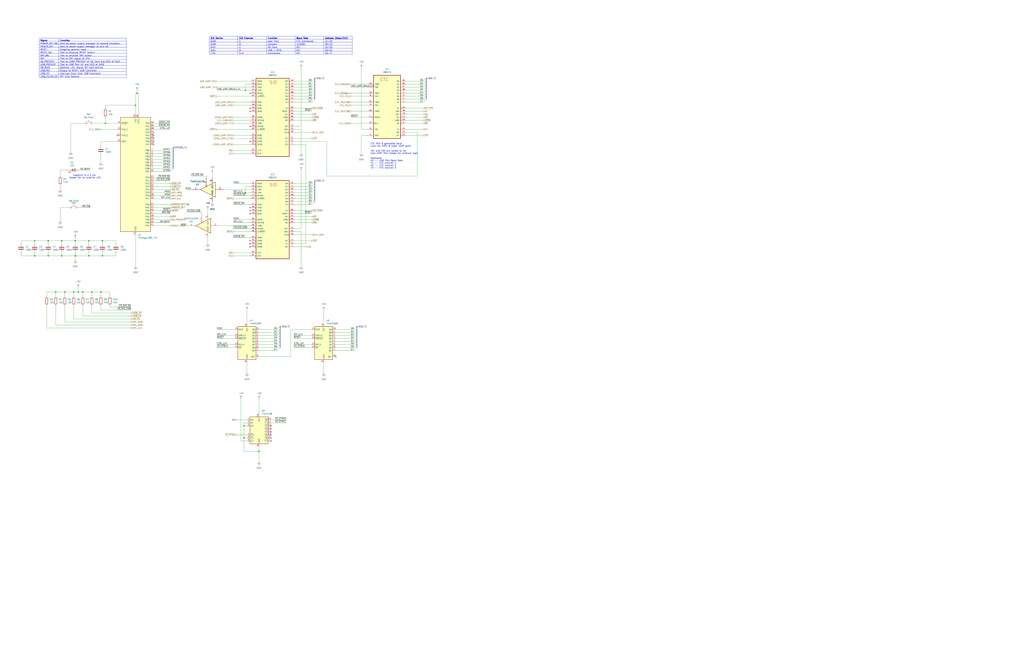
<source format=kicad_sch>
(kicad_sch (version 20250114) (generator "eeschema") (generator_version "9.0")
  (paper "D")
  (text "CTC Port 0 generates baud \nclock for SIO1/B (User UART port)\n\nTO1 and TO2 are routed to the \nUser UART Port header for external logic\n\nAddresses\n40 -- USR Port Baud Rate\n41 -- CTC channel 1\n42 -- CTC channel 2\n43 -- CTC channel 3\n" (at 312.42 131.572 0) (effects (font (size 1.27 1.27)) (justify left)))
  (text "Footprint is a 2 pin \nheader for an external LED" (at 71.628 149.098 0) (effects (font (size 1.27 1.27))))
  (junction (at 46.99 246.38))
  (junction (at 86.36 215.9))
  (junction (at 86.36 203.2))
  (junction (at 205.74 359.41))
  (junction (at 88.9 104.14))
  (junction (at 63.5 203.2))
  (junction (at 85.09 246.38))
  (junction (at 52.07 215.9))
  (junction (at 40.64 215.9))
  (junction (at 52.07 203.2))
  (junction (at 205.74 369.57))
  (junction (at 115.57 78.74))
  (junction (at 54.61 246.38))
  (junction (at 63.5 215.9))
  (junction (at 207.01 76.2))
  (junction (at 114.3 88.9))
  (junction (at 74.93 215.9))
  (junction (at 77.47 246.38))
  (junction (at 40.64 203.2))
  (junction (at 74.93 203.2))
  (junction (at 218.44 381))
  (junction (at 69.85 246.38))
  (junction (at 29.21 203.2))
  (junction (at 29.21 215.9))
  (junction (at 66.04 246.38))
  (junction (at 62.23 246.38))
  (junction (at 207.01 162.56))
  (no_connect (at 129.54 116.84))
  (no_connect (at 129.54 114.3))
  (no_connect (at 129.54 111.76))
  (no_connect (at 228.6 361.95))
  (no_connect (at 210.82 93.98))
  (no_connect (at 210.82 203.2))
  (no_connect (at 210.82 91.44))
  (no_connect (at 210.82 180.34))
  (no_connect (at 228.6 359.41))
  (no_connect (at 210.82 106.68))
  (no_connect (at 210.82 119.38))
  (no_connect (at 228.6 367.03))
  (no_connect (at 228.6 364.49))
  (no_connect (at 228.6 369.57))
  (no_connect (at 210.82 175.26))
  (no_connect (at 283.21 300.99))
  (no_connect (at 210.82 177.8))
  (no_connect (at 210.82 208.28))
  (no_connect (at 129.54 119.38))
  (no_connect (at 129.54 121.92))
  (no_connect (at 210.82 205.74))
  (no_connect (at 99.06 114.3))
  (no_connect (at 210.82 78.74))
  (no_connect (at 228.6 372.11))
  (bus_entry (at 356.87 76.2) (size 2.54 -2.54))
  (bus_entry (at 143.51 137.16) (size 2.54 -2.54))
  (bus_entry (at 233.68 293.37) (size 2.54 -2.54))
  (bus_entry (at 356.87 78.74) (size 2.54 -2.54))
  (bus_entry (at 262.89 157.48) (size 2.54 -2.54))
  (bus_entry (at 143.51 129.54) (size 2.54 -2.54))
  (bus_entry (at 233.68 288.29) (size 2.54 -2.54))
  (bus_entry (at 233.68 278.13) (size 2.54 -2.54))
  (bus_entry (at 233.68 285.75) (size 2.54 -2.54))
  (bus_entry (at 356.87 68.58) (size 2.54 -2.54))
  (bus_entry (at 262.89 86.36) (size 2.54 -2.54))
  (bus_entry (at 298.45 290.83) (size 2.54 -2.54))
  (bus_entry (at 298.45 293.37) (size 2.54 -2.54))
  (bus_entry (at 298.45 278.13) (size 2.54 -2.54))
  (bus_entry (at 262.89 154.94) (size 2.54 -2.54))
  (bus_entry (at 356.87 71.12) (size 2.54 -2.54))
  (bus_entry (at 233.68 295.91) (size 2.54 -2.54))
  (bus_entry (at 143.51 139.7) (size 2.54 -2.54))
  (bus_entry (at 233.68 290.83) (size 2.54 -2.54))
  (bus_entry (at 356.87 86.36) (size 2.54 -2.54))
  (bus_entry (at 233.68 283.21) (size 2.54 -2.54))
  (bus_entry (at 298.45 283.21) (size 2.54 -2.54))
  (bus_entry (at 143.51 132.08) (size 2.54 -2.54))
  (bus_entry (at 356.87 73.66) (size 2.54 -2.54))
  (bus_entry (at 262.89 165.1) (size 2.54 -2.54))
  (bus_entry (at 262.89 76.2) (size 2.54 -2.54))
  (bus_entry (at 356.87 83.82) (size 2.54 -2.54))
  (bus_entry (at 262.89 71.12) (size 2.54 -2.54))
  (bus_entry (at 298.45 285.75) (size 2.54 -2.54))
  (bus_entry (at 262.89 78.74) (size 2.54 -2.54))
  (bus_entry (at 262.89 81.28) (size 2.54 -2.54))
  (bus_entry (at 262.89 172.72) (size 2.54 -2.54))
  (bus_entry (at 143.51 142.24) (size 2.54 -2.54))
  (bus_entry (at 262.89 170.18) (size 2.54 -2.54))
  (bus_entry (at 143.51 144.78) (size 2.54 -2.54))
  (bus_entry (at 298.45 280.67) (size 2.54 -2.54))
  (bus_entry (at 262.89 167.64) (size 2.54 -2.54))
  (bus_entry (at 143.51 134.62) (size 2.54 -2.54))
  (bus_entry (at 262.89 83.82) (size 2.54 -2.54))
  (bus_entry (at 356.87 81.28) (size 2.54 -2.54))
  (bus_entry (at 262.89 68.58) (size 2.54 -2.54))
  (bus_entry (at 262.89 160.02) (size 2.54 -2.54))
  (bus_entry (at 298.45 295.91) (size 2.54 -2.54))
  (bus_entry (at 143.51 127) (size 2.54 -2.54))
  (bus_entry (at 262.89 162.56) (size 2.54 -2.54))
  (bus_entry (at 233.68 280.67) (size 2.54 -2.54))
  (bus_entry (at 262.89 73.66) (size 2.54 -2.54))
  (bus_entry (at 298.45 288.29) (size 2.54 -2.54))
  (wire (pts (xy 129.54 180.34) (xy 143.51 180.34)))
  (bus (pts (xy 300.99 280.67) (xy 300.99 283.21)))
  (wire (pts (xy 115.57 76.2) (xy 115.57 78.74)))
  (bus (pts (xy 236.22 283.21) (xy 236.22 285.75)))
  (wire (pts (xy 88.9 104.14) (xy 99.06 104.14)))
  (wire (pts (xy 208.28 261.62) (xy 208.28 273.05)))
  (wire (pts (xy 86.36 213.36) (xy 86.36 215.9)))
  (wire (pts (xy 129.54 154.94) (xy 143.51 154.94)))
  (wire (pts (xy 295.91 86.36) (xy 309.88 86.36)))
  (wire (pts (xy 86.36 203.2) (xy 97.79 203.2)))
  (bus (pts (xy 236.22 278.13) (xy 236.22 280.67)))
  (wire (pts (xy 116.84 78.74) (xy 116.84 96.52)))
  (wire (pts (xy 254 143.51) (xy 254 193.04)))
  (wire (pts (xy 58.42 143.51) (xy 50.8 143.51)))
  (wire (pts (xy 248.92 154.94) (xy 262.89 154.94)))
  (wire (pts (xy 173.99 149.86) (xy 173.99 148.59)))
  (bus (pts (xy 265.43 154.94) (xy 265.43 157.48)))
  (wire (pts (xy 114.3 198.12) (xy 114.3 224.79)))
  (wire (pts (xy 283.21 293.37) (xy 298.45 293.37)))
  (wire (pts (xy 248.92 109.22) (xy 254 109.22)))
  (wire (pts (xy 248.92 99.06) (xy 262.89 99.06)))
  (wire (pts (xy 205.74 369.57) (xy 205.74 381)))
  (wire (pts (xy 196.85 101.6) (xy 210.82 101.6)))
  (wire (pts (xy 342.9 96.52) (xy 356.87 96.52)))
  (wire (pts (xy 342.9 99.06) (xy 356.87 99.06)))
  (wire (pts (xy 248.92 96.52) (xy 262.89 96.52)))
  (wire (pts (xy 152.4 190.5) (xy 157.48 190.5)))
  (wire (pts (xy 205.74 356.87) (xy 205.74 359.41)))
  (wire (pts (xy 208.28 356.87) (xy 205.74 356.87)))
  (wire (pts (xy 254 195.58) (xy 248.92 195.58)))
  (wire (pts (xy 254 109.22) (xy 254 129.54)))
  (wire (pts (xy 248.92 165.1) (xy 262.89 165.1)))
  (wire (pts (xy 182.88 290.83) (xy 198.12 290.83)))
  (wire (pts (xy 92.71 259.08) (xy 110.49 259.08)))
  (wire (pts (xy 342.9 104.14) (xy 356.87 104.14)))
  (wire (pts (xy 196.85 215.9) (xy 210.82 215.9)))
  (wire (pts (xy 218.44 283.21) (xy 233.68 283.21)))
  (bus (pts (xy 265.43 167.64) (xy 265.43 170.18)))
  (bus (pts (xy 265.43 73.66) (xy 265.43 76.2)))
  (wire (pts (xy 69.85 104.14) (xy 59.69 104.14)))
  (wire (pts (xy 196.85 213.36) (xy 210.82 213.36)))
  (bus (pts (xy 300.99 275.59) (xy 300.99 278.13)))
  (wire (pts (xy 196.85 116.84) (xy 210.82 116.84)))
  (wire (pts (xy 295.91 78.74) (xy 309.88 78.74)))
  (wire (pts (xy 74.93 215.9) (xy 86.36 215.9)))
  (wire (pts (xy 175.26 176.53) (xy 175.26 180.34)))
  (wire (pts (xy 208.28 372.11) (xy 203.2 372.11)))
  (bus (pts (xy 359.41 71.12) (xy 359.41 73.66)))
  (wire (pts (xy 196.85 172.72) (xy 210.82 172.72)))
  (wire (pts (xy 218.44 336.55) (xy 218.44 349.25)))
  (wire (pts (xy 247.65 293.37) (xy 262.89 293.37)))
  (wire (pts (xy 351.79 111.76) (xy 351.79 148.59)))
  (wire (pts (xy 248.92 71.12) (xy 262.89 71.12)))
  (wire (pts (xy 29.21 215.9) (xy 40.64 215.9)))
  (wire (pts (xy 189.23 160.02) (xy 210.82 160.02)))
  (wire (pts (xy 273.05 261.62) (xy 273.05 273.05)))
  (wire (pts (xy 248.92 76.2) (xy 262.89 76.2)))
  (bus (pts (xy 359.41 66.04) (xy 359.41 68.58)))
  (wire (pts (xy 342.9 81.28) (xy 356.87 81.28)))
  (wire (pts (xy 248.92 116.84) (xy 262.89 116.84)))
  (wire (pts (xy 207.01 162.56) (xy 210.82 162.56)))
  (wire (pts (xy 248.92 91.44) (xy 262.89 91.44)))
  (wire (pts (xy 63.5 200.66) (xy 63.5 203.2)))
  (wire (pts (xy 342.9 111.76) (xy 351.79 111.76)))
  (wire (pts (xy 218.44 293.37) (xy 233.68 293.37)))
  (wire (pts (xy 218.44 285.75) (xy 233.68 285.75)))
  (wire (pts (xy 182.88 278.13) (xy 198.12 278.13)))
  (bus (pts (xy 265.43 152.4) (xy 265.43 154.94)))
  (wire (pts (xy 218.44 300.99) (xy 245.11 300.99)))
  (wire (pts (xy 39.37 246.38) (xy 46.99 246.38)))
  (wire (pts (xy 85.09 109.22) (xy 99.06 109.22)))
  (wire (pts (xy 97.79 215.9) (xy 97.79 213.36)))
  (wire (pts (xy 248.92 172.72) (xy 262.89 172.72)))
  (wire (pts (xy 85.09 257.81) (xy 85.09 261.62)))
  (wire (pts (xy 129.54 152.4) (xy 143.51 152.4)))
  (wire (pts (xy 283.21 285.75) (xy 298.45 285.75)))
  (wire (pts (xy 62.23 246.38) (xy 62.23 250.19)))
  (bus (pts (xy 146.05 127) (xy 146.05 129.54)))
  (wire (pts (xy 208.28 306.07) (xy 208.28 314.96)))
  (wire (pts (xy 39.37 257.81) (xy 39.37 276.86)))
  (wire (pts (xy 342.9 114.3) (xy 356.87 114.3)))
  (wire (pts (xy 92.71 257.81) (xy 92.71 259.08)))
  (wire (pts (xy 54.61 257.81) (xy 54.61 271.78)))
  (wire (pts (xy 77.47 264.16) (xy 110.49 264.16)))
  (wire (pts (xy 74.93 203.2) (xy 74.93 205.74)))
  (bus (pts (xy 359.41 68.58) (xy 359.41 71.12)))
  (wire (pts (xy 66.04 242.57) (xy 66.04 246.38)))
  (bus (pts (xy 236.22 288.29) (xy 236.22 290.83)))
  (wire (pts (xy 196.85 86.36) (xy 210.82 86.36)))
  (wire (pts (xy 54.61 246.38) (xy 62.23 246.38)))
  (wire (pts (xy 182.88 283.21) (xy 198.12 283.21)))
  (bus (pts (xy 236.22 285.75) (xy 236.22 288.29)))
  (wire (pts (xy 199.39 354.33) (xy 208.28 354.33)))
  (bus (pts (xy 146.05 132.08) (xy 146.05 134.62)))
  (wire (pts (xy 40.64 203.2) (xy 40.64 205.74)))
  (wire (pts (xy 182.88 68.58) (xy 210.82 68.58)))
  (wire (pts (xy 245.11 300.99) (xy 245.11 278.13)))
  (wire (pts (xy 114.3 78.74) (xy 115.57 78.74)))
  (wire (pts (xy 342.9 93.98) (xy 356.87 93.98)))
  (wire (pts (xy 40.64 213.36) (xy 40.64 215.9)))
  (wire (pts (xy 69.85 257.81) (xy 69.85 266.7)))
  (wire (pts (xy 62.23 257.81) (xy 62.23 269.24)))
  (wire (pts (xy 196.85 162.56) (xy 207.01 162.56)))
  (wire (pts (xy 248.92 111.76) (xy 262.89 111.76)))
  (wire (pts (xy 248.92 160.02) (xy 262.89 160.02)))
  (bus (pts (xy 265.43 76.2) (xy 265.43 78.74)))
  (bus (pts (xy 146.05 139.7) (xy 146.05 142.24)))
  (wire (pts (xy 17.78 213.36) (xy 17.78 215.9)))
  (wire (pts (xy 196.85 187.96) (xy 210.82 187.96)))
  (bus (pts (xy 359.41 81.28) (xy 359.41 83.82)))
  (wire (pts (xy 248.92 162.56) (xy 262.89 162.56)))
  (wire (pts (xy 207.01 157.48) (xy 210.82 157.48)))
  (wire (pts (xy 115.57 78.74) (xy 116.84 78.74)))
  (wire (pts (xy 129.54 187.96) (xy 143.51 187.96)))
  (wire (pts (xy 304.8 57.15) (xy 304.8 109.22)))
  (wire (pts (xy 114.3 78.74) (xy 114.3 88.9)))
  (wire (pts (xy 295.91 71.12) (xy 309.88 71.12)))
  (wire (pts (xy 54.61 246.38) (xy 54.61 250.19)))
  (wire (pts (xy 85.09 119.38) (xy 99.06 119.38)))
  (wire (pts (xy 129.54 137.16) (xy 143.51 137.16)))
  (bus (pts (xy 300.99 283.21) (xy 300.99 285.75)))
  (wire (pts (xy 179.07 146.05) (xy 179.07 149.86)))
  (wire (pts (xy 86.36 215.9) (xy 97.79 215.9)))
  (wire (pts (xy 39.37 250.19) (xy 39.37 246.38)))
  (bus (pts (xy 236.22 280.67) (xy 236.22 283.21)))
  (bus (pts (xy 265.43 160.02) (xy 265.43 162.56)))
  (wire (pts (xy 182.88 285.75) (xy 198.12 285.75)))
  (wire (pts (xy 196.85 99.06) (xy 210.82 99.06)))
  (wire (pts (xy 182.88 293.37) (xy 198.12 293.37)))
  (wire (pts (xy 88.9 88.9) (xy 114.3 88.9)))
  (wire (pts (xy 218.44 278.13) (xy 233.68 278.13)))
  (wire (pts (xy 248.92 167.64) (xy 262.89 167.64)))
  (wire (pts (xy 245.11 278.13) (xy 262.89 278.13)))
  (wire (pts (xy 29.21 213.36) (xy 29.21 215.9)))
  (wire (pts (xy 342.9 91.44) (xy 356.87 91.44)))
  (wire (pts (xy 203.2 336.55) (xy 203.2 372.11)))
  (wire (pts (xy 92.71 246.38) (xy 92.71 250.19)))
  (wire (pts (xy 129.54 167.64) (xy 143.51 167.64)))
  (wire (pts (xy 69.85 266.7) (xy 110.49 266.7)))
  (wire (pts (xy 17.78 215.9) (xy 29.21 215.9)))
  (wire (pts (xy 248.92 208.28) (xy 257.81 208.28)))
  (wire (pts (xy 342.9 86.36) (xy 356.87 86.36)))
  (wire (pts (xy 196.85 104.14) (xy 210.82 104.14)))
  (wire (pts (xy 196.85 195.58) (xy 210.82 195.58)))
  (wire (pts (xy 129.54 165.1) (xy 143.51 165.1)))
  (wire (pts (xy 46.99 246.38) (xy 54.61 246.38)))
  (wire (pts (xy 129.54 185.42) (xy 143.51 185.42)))
  (wire (pts (xy 170.18 180.34) (xy 170.18 179.07)))
  (wire (pts (xy 228.6 354.33) (xy 241.3 354.33)))
  (wire (pts (xy 283.21 295.91) (xy 298.45 295.91)))
  (bus (pts (xy 300.99 288.29) (xy 300.99 290.83)))
  (wire (pts (xy 205.74 369.57) (xy 208.28 369.57)))
  (wire (pts (xy 248.92 180.34) (xy 262.89 180.34)))
  (wire (pts (xy 29.21 205.74) (xy 29.21 203.2)))
  (wire (pts (xy 129.54 104.14) (xy 143.51 104.14)))
  (wire (pts (xy 254 106.68) (xy 248.92 106.68)))
  (wire (pts (xy 248.92 101.6) (xy 262.89 101.6)))
  (wire (pts (xy 248.92 170.18) (xy 262.89 170.18)))
  (wire (pts (xy 77.47 257.81) (xy 77.47 264.16)))
  (wire (pts (xy 248.92 205.74) (xy 257.81 205.74)))
  (wire (pts (xy 85.09 246.38) (xy 85.09 250.19)))
  (wire (pts (xy 46.99 257.81) (xy 46.99 274.32)))
  (wire (pts (xy 29.21 203.2) (xy 40.64 203.2)))
  (wire (pts (xy 161.29 148.59) (xy 173.99 148.59)))
  (wire (pts (xy 248.92 81.28) (xy 262.89 81.28)))
  (wire (pts (xy 295.91 93.98) (xy 309.88 93.98)))
  (wire (pts (xy 309.88 114.3) (xy 304.8 114.3)))
  (wire (pts (xy 77.47 246.38) (xy 77.47 250.19)))
  (bus (pts (xy 265.43 71.12) (xy 265.43 73.66)))
  (wire (pts (xy 156.21 160.02) (xy 161.29 160.02)))
  (wire (pts (xy 129.54 172.72) (xy 143.51 172.72)))
  (wire (pts (xy 196.85 121.92) (xy 210.82 121.92)))
  (wire (pts (xy 342.9 71.12) (xy 356.87 71.12)))
  (wire (pts (xy 295.91 73.66) (xy 309.88 73.66)))
  (wire (pts (xy 114.3 88.9) (xy 114.3 96.52)))
  (wire (pts (xy 342.9 73.66) (xy 356.87 73.66)))
  (bus (pts (xy 236.22 275.59) (xy 236.22 278.13)))
  (wire (pts (xy 69.85 246.38) (xy 77.47 246.38)))
  (wire (pts (xy 248.92 198.12) (xy 262.89 198.12)))
  (wire (pts (xy 182.88 109.22) (xy 210.82 109.22)))
  (wire (pts (xy 54.61 271.78) (xy 110.49 271.78)))
  (wire (pts (xy 218.44 377.19) (xy 218.44 381)))
  (wire (pts (xy 129.54 177.8) (xy 143.51 177.8)))
  (wire (pts (xy 66.04 143.51) (xy 76.2 143.51)))
  (wire (pts (xy 129.54 144.78) (xy 143.51 144.78)))
  (wire (pts (xy 275.59 119.38) (xy 275.59 148.59)))
  (wire (pts (xy 248.92 73.66) (xy 262.89 73.66)))
  (wire (pts (xy 129.54 142.24) (xy 143.51 142.24)))
  (bus (pts (xy 265.43 81.28) (xy 265.43 83.82)))
  (wire (pts (xy 257.81 121.92) (xy 248.92 121.92)))
  (bus (pts (xy 265.43 157.48) (xy 265.43 160.02)))
  (wire (pts (xy 62.23 246.38) (xy 66.04 246.38)))
  (bus (pts (xy 146.05 129.54) (xy 146.05 132.08)))
  (wire (pts (xy 40.64 203.2) (xy 52.07 203.2)))
  (wire (pts (xy 207.01 157.48) (xy 207.01 162.56)))
  (wire (pts (xy 66.04 246.38) (xy 69.85 246.38)))
  (wire (pts (xy 228.6 356.87) (xy 241.3 356.87)))
  (bus (pts (xy 146.05 124.46) (xy 146.05 127)))
  (wire (pts (xy 77.47 246.38) (xy 85.09 246.38)))
  (wire (pts (xy 342.9 109.22) (xy 356.87 109.22)))
  (wire (pts (xy 86.36 203.2) (xy 86.36 205.74)))
  (wire (pts (xy 218.44 295.91) (xy 233.68 295.91)))
  (wire (pts (xy 247.65 290.83) (xy 262.89 290.83)))
  (wire (pts (xy 129.54 162.56) (xy 143.51 162.56)))
  (wire (pts (xy 342.9 101.6) (xy 356.87 101.6)))
  (wire (pts (xy 175.26 200.66) (xy 175.26 205.74)))
  (wire (pts (xy 182.88 76.2) (xy 207.01 76.2)))
  (wire (pts (xy 283.21 278.13) (xy 298.45 278.13)))
  (wire (pts (xy 17.78 205.74) (xy 17.78 203.2)))
  (wire (pts (xy 62.23 269.24) (xy 110.49 269.24)))
  (wire (pts (xy 295.91 81.28) (xy 309.88 81.28)))
  (wire (pts (xy 88.9 99.06) (xy 88.9 104.14)))
  (wire (pts (xy 283.21 288.29) (xy 298.45 288.29)))
  (wire (pts (xy 46.99 246.38) (xy 46.99 250.19)))
  (wire (pts (xy 248.92 187.96) (xy 262.89 187.96)))
  (wire (pts (xy 129.54 109.22) (xy 143.51 109.22)))
  (wire (pts (xy 248.92 157.48) (xy 262.89 157.48)))
  (wire (pts (xy 196.85 193.04) (xy 210.82 193.04)))
  (wire (pts (xy 40.64 215.9) (xy 52.07 215.9)))
  (wire (pts (xy 248.92 86.36) (xy 262.89 86.36)))
  (wire (pts (xy 351.79 148.59) (xy 275.59 148.59)))
  (wire (pts (xy 342.9 76.2) (xy 356.87 76.2)))
  (wire (pts (xy 342.9 68.58) (xy 356.87 68.58)))
  (wire (pts (xy 248.92 93.98) (xy 262.89 93.98)))
  (wire (pts (xy 85.09 261.62) (xy 110.49 261.62)))
  (wire (pts (xy 342.9 78.74) (xy 356.87 78.74)))
  (wire (pts (xy 52.07 213.36) (xy 52.07 215.9)))
  (wire (pts (xy 50.8 143.51) (xy 50.8 148.59)))
  (wire (pts (xy 248.92 83.82) (xy 262.89 83.82)))
  (wire (pts (xy 52.07 203.2) (xy 63.5 203.2)))
  (wire (pts (xy 254 193.04) (xy 248.92 193.04)))
  (bus (pts (xy 146.05 137.16) (xy 146.05 139.7)))
  (bus (pts (xy 300.99 285.75) (xy 300.99 288.29)))
  (wire (pts (xy 129.54 132.08) (xy 143.51 132.08)))
  (wire (pts (xy 129.54 190.5) (xy 143.51 190.5)))
  (bus (pts (xy 359.41 76.2) (xy 359.41 78.74)))
  (wire (pts (xy 283.21 280.67) (xy 298.45 280.67)))
  (wire (pts (xy 342.9 83.82) (xy 356.87 83.82)))
  (wire (pts (xy 63.5 215.9) (xy 74.93 215.9)))
  (wire (pts (xy 88.9 91.44) (xy 88.9 88.9)))
  (wire (pts (xy 283.21 290.83) (xy 298.45 290.83)))
  (wire (pts (xy 196.85 167.64) (xy 210.82 167.64)))
  (wire (pts (xy 57.15 175.26) (xy 50.8 175.26)))
  (wire (pts (xy 248.92 185.42) (xy 262.89 185.42)))
  (wire (pts (xy 304.8 114.3) (xy 304.8 129.54)))
  (wire (pts (xy 254 195.58) (xy 254 224.79)))
  (wire (pts (xy 205.74 359.41) (xy 208.28 359.41)))
  (wire (pts (xy 196.85 200.66) (xy 210.82 200.66)))
  (wire (pts (xy 207.01 71.12) (xy 207.01 76.2)))
  (wire (pts (xy 248.92 182.88) (xy 262.89 182.88)))
  (wire (pts (xy 157.48 179.07) (xy 170.18 179.07)))
  (bus (pts (xy 236.22 290.83) (xy 236.22 293.37)))
  (wire (pts (xy 196.85 129.54) (xy 210.82 129.54)))
  (wire (pts (xy 257.81 205.74) (xy 257.81 121.92)))
  (wire (pts (xy 196.85 165.1) (xy 210.82 165.1)))
  (wire (pts (xy 74.93 213.36) (xy 74.93 215.9)))
  (wire (pts (xy 129.54 160.02) (xy 143.51 160.02)))
  (wire (pts (xy 80.01 104.14) (xy 88.9 104.14)))
  (wire (pts (xy 248.92 203.2) (xy 262.89 203.2)))
  (wire (pts (xy 129.54 127) (xy 143.51 127)))
  (bus (pts (xy 265.43 66.04) (xy 265.43 68.58)))
  (wire (pts (xy 295.91 104.14) (xy 309.88 104.14)))
  (wire (pts (xy 46.99 274.32) (xy 110.49 274.32)))
  (wire (pts (xy 74.93 203.2) (xy 86.36 203.2)))
  (wire (pts (xy 196.85 114.3) (xy 210.82 114.3)))
  (wire (pts (xy 52.07 215.9) (xy 63.5 215.9)))
  (wire (pts (xy 179.07 171.45) (xy 179.07 170.18)))
  (wire (pts (xy 59.69 104.14) (xy 59.69 128.27)))
  (wire (pts (xy 273.05 306.07) (xy 273.05 314.96)))
  (wire (pts (xy 218.44 290.83) (xy 233.68 290.83)))
  (wire (pts (xy 185.42 190.5) (xy 210.82 190.5)))
  (wire (pts (xy 218.44 381) (xy 218.44 389.89)))
  (wire (pts (xy 218.44 288.29) (xy 233.68 288.29)))
  (wire (pts (xy 248.92 119.38) (xy 275.59 119.38)))
  (bus (pts (xy 265.43 162.56) (xy 265.43 165.1)))
  (wire (pts (xy 129.54 149.86) (xy 143.51 149.86)))
  (wire (pts (xy 17.78 203.2) (xy 29.21 203.2)))
  (wire (pts (xy 295.91 99.06) (xy 309.88 99.06)))
  (wire (pts (xy 218.44 280.67) (xy 233.68 280.67)))
  (wire (pts (xy 63.5 205.74) (xy 63.5 203.2)))
  (bus (pts (xy 359.41 73.66) (xy 359.41 76.2)))
  (wire (pts (xy 207.01 71.12) (xy 210.82 71.12)))
  (wire (pts (xy 254 57.15) (xy 254 106.68)))
  (wire (pts (xy 205.74 359.41) (xy 205.74 369.57)))
  (wire (pts (xy 39.37 276.86) (xy 110.49 276.86)))
  (wire (pts (xy 248.92 68.58) (xy 262.89 68.58)))
  (wire (pts (xy 85.09 130.81) (xy 85.09 137.16)))
  (wire (pts (xy 304.8 109.22) (xy 309.88 109.22)))
  (wire (pts (xy 85.09 246.38) (xy 92.71 246.38)))
  (wire (pts (xy 129.54 134.62) (xy 143.51 134.62)))
  (wire (pts (xy 129.54 182.88) (xy 143.51 182.88)))
  (wire (pts (xy 69.85 246.38) (xy 69.85 250.19)))
  (wire (pts (xy 182.88 81.28) (xy 210.82 81.28)))
  (wire (pts (xy 85.09 119.38) (xy 85.09 123.19)))
  (bus (pts (xy 359.41 78.74) (xy 359.41 81.28)))
  (bus (pts (xy 300.99 278.13) (xy 300.99 280.67)))
  (wire (pts (xy 247.65 283.21) (xy 262.89 283.21)))
  (wire (pts (xy 196.85 88.9) (xy 210.82 88.9)))
  (wire (pts (xy 196.85 127) (xy 210.82 127)))
  (wire (pts (xy 182.88 73.66) (xy 210.82 73.66)))
  (bus (pts (xy 265.43 68.58) (xy 265.43 71.12)))
  (wire (pts (xy 205.74 381) (xy 218.44 381)))
  (wire (pts (xy 207.01 76.2) (xy 210.82 76.2)))
  (wire (pts (xy 196.85 185.42) (xy 210.82 185.42)))
  (wire (pts (xy 199.39 367.03) (xy 208.28 367.03)))
  (wire (pts (xy 97.79 203.2) (xy 97.79 205.74)))
  (wire (pts (xy 67.31 175.26) (xy 76.2 175.26)))
  (wire (pts (xy 63.5 203.2) (xy 74.93 203.2)))
  (wire (pts (xy 52.07 205.74) (xy 52.07 203.2)))
  (wire (pts (xy 129.54 139.7) (xy 143.51 139.7)))
  (wire (pts (xy 63.5 213.36) (xy 63.5 215.9)))
  (wire (pts (xy 247.65 285.75) (xy 262.89 285.75)))
  (wire (pts (xy 50.8 175.26) (xy 50.8 186.69)))
  (wire (pts (xy 248.92 177.8) (xy 262.89 177.8)))
  (wire (pts (xy 63.5 215.9) (xy 63.5 219.71)))
  (wire (pts (xy 129.54 106.68) (xy 143.51 106.68)))
  (bus (pts (xy 300.99 290.83) (xy 300.99 293.37)))
  (wire (pts (xy 283.21 283.21) (xy 298.45 283.21)))
  (wire (pts (xy 295.91 88.9) (xy 309.88 88.9)))
  (wire (pts (xy 196.85 154.94) (xy 210.82 154.94)))
  (wire (pts (xy 50.8 160.02) (xy 50.8 156.21)))
  (wire (pts (xy 129.54 175.26) (xy 143.51 175.26)))
  (bus (pts (xy 146.05 134.62) (xy 146.05 137.16)))
  (bus (pts (xy 265.43 78.74) (xy 265.43 81.28)))
  (bus (pts (xy 265.43 165.1) (xy 265.43 167.64)))
  (wire (pts (xy 248.92 78.74) (xy 262.89 78.74)))
  (wire (pts (xy 129.54 157.48) (xy 143.51 157.48)))
  (wire (pts (xy 129.54 129.54) (xy 143.51 129.54)))
  (table (column_count 2) (border (external yes) (header yes)) (separators (rows yes) (cols yes)) (column_widths 16.51 57.15) (row_heights 2.54 2.54 2.54 2.54 2.54 2.54 2.54 2.54 2.54 2.54 2.54 2.54 2.54) (cells (table_cell "Signal" (at 33.02 32.385 0) (size 16.51 2.54) (margins 0.9525 0.9525 0.9525 0.9525) (span 1 1)) (table_cell "Function" (at 49.53 32.385 0) (size 57.15 2.54) (margins 0.9525 0.9525 0.9525 0.9525) (span 1 1)) (table_cell "POWER_OFF_RQ" (at 33.02 34.925 0) (size 16.51 2.54) (margins 0.9525 0.9525 0.9525 0.9525) (span 1 1)) (table_cell "Sent by power supply manager to request shutdown" (at 49.53 34.925 0) (size 57.15 2.54) (margins 0.9525 0.9525 0.9525 0.9525) (span 1 1)) (table_cell "POWER_OFF" (at 33.02 37.465 0) (size 16.51 2.54) (margins 0.9525 0.9525 0.9525 0.9525) (span 1 1)) (table_cell "Sent to power supply manager to turn off" (at 49.53 37.465 0) (size 57.15 2.54) (margins 0.9525 0.9525 0.9525 0.9525) (span 1 1)) (table_cell "RESET" (at 33.02 40.005 0) (size 16.51 2.54) (margins 0.9525 0.9525 0.9525 0.9525) (span 1 1)) (table_cell "Outgoing general reset" (at 49.53 40.005 0) (size 57.15 2.54) (margins 0.9525 0.9525 0.9525 0.9525) (span 1 1)) (table_cell "RESET_SW" (at 33.02 42.545 0) (size 16.51 2.54) (margins 0.9525 0.9525 0.9525 0.9525) (span 1 1)) (table_cell "Tied to physical RESET Switch" (at 49.53 42.545 0) (size 57.15 2.54) (margins 0.9525 0.9525 0.9525 0.9525) (span 1 1)) (table_cell "NMI_RQ" (at 33.02 45.085 0) (size 16.51 2.54) (margins 0.9525 0.9525 0.9525 0.9525) (span 1 1)) (table_cell "Tied to physical NMI button" (at 49.53 45.085 0) (size 57.15 2.54) (margins 0.9525 0.9525 0.9525 0.9525) (span 1 1)) (table_cell "NMI" (at 33.02 47.625 0) (size 16.51 2.54) (margins 0.9525 0.9525 0.9525 0.9525) (span 1 1)) (table_cell "Tied to NMI signal of CPU" (at 49.53 47.625 0) (size 57.15 2.54) (margins 0.9525 0.9525 0.9525 0.9525) (span 1 1)) (table_cell "SD_PRESENT" (at 33.02 50.165 0) (size 16.51 2.54) (margins 0.9525 0.9525 0.9525 0.9525) (span 1 1)) (table_cell "Tied to CARD PRESENT of SD Card and DCD of SIO1" (at 49.53 50.165 0) (size 57.15 2.54) (margins 0.9525 0.9525 0.9525 0.9525) (span 1 1)) (table_cell "USB_PRESENT" (at 33.02 52.705 0) (size 16.51 2.54) (margins 0.9525 0.9525 0.9525 0.9525) (span 1 1)) (table_cell "Tied to USB Port UP and DCD of SIO0" (at 49.53 52.705 0) (size 57.15 2.54) (margins 0.9525 0.9525 0.9525 0.9525) (span 1 1)) (table_cell "SB_BUSY" (at 33.02 55.245 0) (size 16.51 2.54) (margins 0.9525 0.9525 0.9525 0.9525) (span 1 1)) (table_cell "Optional LED. Signal SD Card activity" (at 49.53 55.245 0) (size 57.15 2.54) (margins 0.9525 0.9525 0.9525 0.9525) (span 1 1)) (table_cell "USB_RST" (at 33.02 57.785 0) (size 16.51 2.54) (margins 0.9525 0.9525 0.9525 0.9525) (span 1 1)) (table_cell "Output to RESET USB Controller" (at 49.53 57.785 0) (size 57.15 2.54) (margins 0.9525 0.9525 0.9525 0.9525) (span 1 1)) (table_cell "USB_INT" (at 33.02 60.325 0) (size 16.51 2.54) (margins 0.9525 0.9525 0.9525 0.9525) (span 1 1)) (table_cell "Interrupt input from USB Controller" (at 49.53 60.325 0) (size 57.15 2.54) (margins 0.9525 0.9525 0.9525 0.9525) (span 1 1)) (table_cell "USB_CS/SD_CS" (at 33.02 62.865 0) (size 16.51 2.54) (margins 0.9525 0.9525 0.9525 0.9525) (span 1 1)) (table_cell "SPI Chip Selects " (at 49.53 62.865 0) (size 57.15 2.54) (margins 0.9525 0.9525 0.9525 0.9525) (span 1 1))))
  (table (column_count 5) (border (external yes) (header yes)) (separators (rows yes) (cols yes)) (column_widths 24.13 24.13 24.13 24.13 24.13) (row_heights 2.54 2.54 2.54 2.54 2.54 2.54) (cells (table_cell "SIO Device" (at 176.53 30.48 0) (size 24.13 2.54) (margins 0.9525 0.9525 0.9525 0.9525) (span 1 1)) (table_cell "SIO Channel" (at 200.66 30.48 0) (size 24.13 2.54) (margins 0.9525 0.9525 0.9525 0.9525) (span 1 1)) (table_cell "Function" (at 224.79 30.48 0) (size 24.13 2.54) (margins 0.9525 0.9525 0.9525 0.9525) (span 1 1)) (table_cell "Baud Rate" (at 248.92 30.48 0) (size 24.13 2.54) (margins 0.9525 0.9525 0.9525 0.9525) (span 1 1)) (table_cell "Address (Data/Ctrl)" (at 273.05 30.48 0) (size 24.13 2.54) (margins 0.9525 0.9525 0.9525 0.9525) (span 1 1)) (table_cell "SIO0" (at 176.53 33.02 0) (size 24.13 2.54) (margins 0.9525 0.9525 0.9525 0.9525) (span 1 1)) (table_cell "A" (at 200.66 33.02 0) (size 24.13 2.54) (margins 0.9525 0.9525 0.9525 0.9525) (span 1 1)) (table_cell "User Port" (at 224.79 33.02 0) (size 24.13 2.54) (margins 0.9525 0.9525 0.9525 0.9525) (span 1 1)) (table_cell "CTC Controlled" (at 248.92 33.02 0) (size 24.13 2.54) (margins 0.9525 0.9525 0.9525 0.9525) (span 1 1)) (table_cell "21/23" (at 273.05 33.02 0) (size 24.13 2.54) (margins 0.9525 0.9525 0.9525 0.9525) (span 1 1)) (table_cell "SIO0" (at 176.53 35.56 0) (size 24.13 2.54) (margins 0.9525 0.9525 0.9525 0.9525) (span 1 1)) (table_cell "B" (at 200.66 35.56 0) (size 24.13 2.54) (margins 0.9525 0.9525 0.9525 0.9525) (span 1 1)) (table_cell "Console" (at 224.79 35.56 0) (size 24.13 2.54) (margins 0.9525 0.9525 0.9525 0.9525) (span 1 1)) (table_cell "115200" (at 248.92 35.56 0) (size 24.13 2.54) (margins 0.9525 0.9525 0.9525 0.9525) (span 1 1)) (table_cell "20/22" (at 273.05 35.56 0) (size 24.13 2.54) (margins 0.9525 0.9525 0.9525 0.9525) (span 1 1)) (table_cell "SIO1" (at 176.53 38.1 0) (size 24.13 2.54) (margins 0.9525 0.9525 0.9525 0.9525) (span 1 1)) (table_cell "A" (at 200.66 38.1 0) (size 24.13 2.54) (margins 0.9525 0.9525 0.9525 0.9525) (span 1 1)) (table_cell "SD Card" (at 224.79 38.1 0) (size 24.13 2.54) (margins 0.9525 0.9525 0.9525 0.9525) (span 1 1)) (table_cell "SPI" (at 248.92 38.1 0) (size 24.13 2.54) (margins 0.9525 0.9525 0.9525 0.9525) (span 1 1)) (table_cell "31/33" (at 273.05 38.1 0) (size 24.13 2.54) (margins 0.9525 0.9525 0.9525 0.9525) (span 1 1)) (table_cell "SIO1" (at 176.53 40.64 0) (size 24.13 2.54) (margins 0.9525 0.9525 0.9525 0.9525) (span 1 1)) (table_cell "B" (at 200.66 40.64 0) (size 24.13 2.54) (margins 0.9525 0.9525 0.9525 0.9525) (span 1 1)) (table_cell "USB / GPIO" (at 224.79 40.64 0) (size 24.13 2.54) (margins 0.9525 0.9525 0.9525 0.9525) (span 1 1)) (table_cell "SPI" (at 248.92 40.64 0) (size 24.13 2.54) (margins 0.9525 0.9525 0.9525 0.9525) (span 1 1)) (table_cell "30/32" (at 273.05 40.64 0) (size 24.13 2.54) (margins 0.9525 0.9525 0.9525 0.9525) (span 1 1)) (table_cell "CTRL" (at 176.53 43.18 0) (size 24.13 2.54) (margins 0.9525 0.9525 0.9525 0.9525) (span 1 1)) (table_cell "N/A" (at 200.66 43.18 0) (size 24.13 2.54) (margins 0.9525 0.9525 0.9525 0.9525) (span 1 1)) (table_cell "Controllers" (at 224.79 43.18 0) (size 24.13 2.54) (margins 0.9525 0.9525 0.9525 0.9525) (span 1 1)) (table_cell "SPI" (at 248.92 43.18 0) (size 24.13 2.54) (margins 0.9525 0.9525 0.9525 0.9525) (span 1 1)) (table_cell "E0-FF" (at 273.05 43.18 0) (size 24.13 2.54) (margins 0.9525 0.9525 0.9525 0.9525) (span 1 1))))
  (label "~{CE_CTRL1}" (at 182.88 293.37 0))
  (label "MOSI" (at 196.85 185.42 0))
  (label "USR_UART_BAUD_CLK" (at 295.91 73.66 0))
  (label "SPI_CLK" (at 247.65 283.21 0))
  (label "D6" (at 298.45 293.37 180))
  (label "MISO" (at 156.21 160.02 0))
  (label "~{SIO1A_INT}" (at 143.51 104.14 180))
  (label "D5" (at 262.89 81.28 180))
  (label "D4" (at 262.89 165.1 180))
  (label "D3" (at 298.45 285.75 180))
  (label "~{CS_SIO_USB}" (at 157.48 179.07 0))
  (label "SPI_CLK" (at 196.85 162.56 0))
  (label "~{SIO1A_INT}" (at 196.85 172.72 0))
  (label "MOSI" (at 196.85 154.94 0))
  (label "~{CS_SIO_USB}" (at 143.51 152.4 180))
  (label "GPIO6" (at 143.51 129.54 180))
  (label "GPIO4" (at 143.51 134.62 180))
  (label "CTRL_LAT" (at 247.65 290.83 0))
  (label "GPIO1" (at 143.51 142.24 180))
  (label "D6" (at 262.89 170.18 180))
  (label "GPIO7" (at 143.51 127 180))
  (label "~{NMI_RQ}" (at 76.2 175.26 180))
  (label "D0" (at 356.87 68.58 180))
  (label "D3" (at 262.89 76.2 180))
  (label "D4" (at 356.87 78.74 180))
  (label "SPI_CLK" (at 143.51 167.64 180))
  (label "D6" (at 356.87 83.82 180))
  (label "D1" (at 233.68 280.67 180))
  (label "D7" (at 262.89 86.36 180))
  (label "D0" (at 262.89 68.58 180))
  (label "~{NMI_RQ}" (at 143.51 180.34 180))
  (label "SPI_CLK" (at 196.85 187.96 0))
  (label "~{CE_CTRL1}" (at 241.3 356.87 180))
  (label "~{CS_SIO_USB}" (at 196.85 193.04 0))
  (label "D3" (at 262.89 162.56 180))
  (label "~{RESET}" (at 143.51 177.8 180))
  (label "D6" (at 233.68 293.37 180))
  (label "D2" (at 356.87 73.66 180))
  (label "D5" (at 233.68 290.83 180))
  (label "D4" (at 298.45 288.29 180))
  (label "D7" (at 262.89 172.72 180))
  (label "MISO" (at 152.4 190.5 0))
  (label "D1" (at 262.89 157.48 180))
  (label "~{CE_CTRL0}" (at 241.3 354.33 180))
  (label "CTRL_LAT" (at 143.51 109.22 180))
  (label "CTRL_LAT" (at 182.88 290.83 0))
  (label "D1" (at 298.45 280.67 180))
  (label "D2" (at 233.68 283.21 180))
  (label "GPIO5" (at 143.51 132.08 180))
  (label "D7" (at 298.45 295.91 180))
  (label "MOSI" (at 143.51 162.56 180))
  (label "~{CS_SIO_SD}" (at 110.49 259.08 180))
  (label "GPIO2" (at 143.51 139.7 180))
  (label "D7" (at 356.87 86.36 180))
  (label "~{RESET}" (at 182.88 285.75 0))
  (label "SD_BUSY" (at 76.2 143.51 180))
  (label "D5" (at 262.89 167.64 180))
  (label "D3" (at 356.87 76.2 180))
  (label "~{CS_SIO_SD}" (at 161.29 148.59 0))
  (label "GPIO0" (at 143.51 144.78 180))
  (label "SD_BUSY" (at 143.51 187.96 180))
  (label "D5" (at 356.87 81.28 180))
  (label "D2" (at 298.45 283.21 180))
  (label "D0" (at 262.89 154.94 180))
  (label "D0" (at 233.68 278.13 180))
  (label "USR_UART_BAUD_CLK" (at 182.88 76.2 0))
  (label "GPIO3" (at 143.51 137.16 180))
  (label "MISO" (at 143.51 165.1 180))
  (label "~{RESET}" (at 295.91 99.06 0))
  (label "~{RESET}" (at 247.65 285.75 0))
  (label "~{SIO1B_INT}" (at 143.51 106.68 180))
  (label "~{CS_SIO_SD}" (at 143.51 149.86 180))
  (label "~{CE_CTRL0}" (at 247.65 293.37 0))
  (label "SPI_CLK" (at 182.88 283.21 0))
  (label "D2" (at 262.89 73.66 180))
  (label "D2" (at 262.89 160.02 180))
  (label "D0" (at 298.45 278.13 180))
  (label "D4" (at 262.89 78.74 180))
  (label "D4" (at 233.68 288.29 180))
  (label "D6" (at 262.89 83.82 180))
  (label "~{RESET}" (at 262.89 180.34 180))
  (label "D1" (at 262.89 71.12 180))
  (label "~{CS_SIO_USB}" (at 110.49 261.62 180))
  (label "D7" (at 233.68 295.91 180))
  (label "MOSI" (at 182.88 278.13 0))
  (label "~{RESET}" (at 262.89 93.98 180))
  (label "D1" (at 356.87 71.12 180))
  (label "D5" (at 298.45 290.83 180))
  (label "~{SIO1B_INT}" (at 196.85 200.66 0))
  (label "D3" (at 233.68 285.75 180))
  (label "~{CS_SIO_SD}" (at 196.85 165.1 0))
  (hierarchical_label "SPI_CLK" (shape output) (at 143.51 167.64 0))
  (hierarchical_label "~{WAIT}" (shape passive) (at 182.88 109.22 180))
  (hierarchical_label "D[0..7]" (shape bidirectional) (at 265.43 66.04 0))
  (hierarchical_label "SPI_MISO" (shape input) (at 143.51 165.1 0))
  (hierarchical_label "A0" (shape input) (at 196.85 127 180))
  (hierarchical_label "IEI" (shape input) (at 356.87 109.22 0))
  (hierarchical_label "CLK_10M" (shape input) (at 262.89 198.12 0))
  (hierarchical_label "~{SD_CS}" (shape output) (at 143.51 160.02 0))
  (hierarchical_label "D[0..7]" (shape bidirectional) (at 236.22 275.59 0))
  (hierarchical_label "A0" (shape input) (at 196.85 213.36 180))
  (hierarchical_label "~{INT}" (shape passive) (at 262.89 203.2 0))
  (hierarchical_label "~{IORQ}" (shape input) (at 262.89 99.06 0))
  (hierarchical_label "CLK_1M8432" (shape input) (at 196.85 101.6 180))
  (hierarchical_label "~{USB_INT}" (shape input) (at 110.49 264.16 0))
  (hierarchical_label "~{INT}" (shape passive) (at 356.87 114.3 0))
  (hierarchical_label "USR_UART_CTS" (shape input) (at 196.85 88.9 180))
  (hierarchical_label "USR_UART_RX" (shape input) (at 182.88 68.58 180))
  (hierarchical_label "~{CE_SIO1}" (shape input) (at 262.89 177.8 0))
  (hierarchical_label "CLK_7M3728" (shape input) (at 295.91 86.36 180))
  (hierarchical_label "~{USB_INT}" (shape input) (at 143.51 154.94 0))
  (hierarchical_label "D[0..7]" (shape bidirectional) (at 359.41 66.04 0))
  (hierarchical_label "~{RESET}" (shape output) (at 143.51 177.8 0))
  (hierarchical_label "SPI_MOSI" (shape output) (at 110.49 271.78 0))
  (hierarchical_label "~{RD}" (shape input) (at 262.89 187.96 0))
  (hierarchical_label "CONS_UART_DCD" (shape input) (at 196.85 121.92 180))
  (hierarchical_label "CLK_10M" (shape input) (at 295.91 104.14 180))
  (hierarchical_label "CLK_10M" (shape input) (at 262.89 111.76 0))
  (hierarchical_label "SPI_MISO" (shape input) (at 110.49 274.32 0))
  (hierarchical_label "~{POWER_OFF}" (shape output) (at 143.51 175.26 0))
  (hierarchical_label "~{RD}" (shape input) (at 356.87 104.14 0))
  (hierarchical_label "SPI_MOSI" (shape output) (at 143.51 162.56 0))
  (hierarchical_label "~{WAIT}" (shape passive) (at 196.85 167.64 180))
  (hierarchical_label "CLK_3M6864" (shape input) (at 295.91 78.74 180))
  (hierarchical_label "~{SD_CS}" (shape output) (at 110.49 269.24 0))
  (hierarchical_label "~{POWER_OFF_RQ}" (shape input) (at 143.51 172.72 0))
  (hierarchical_label "A1" (shape input) (at 356.87 93.98 0))
  (hierarchical_label "~{IORQ}" (shape input) (at 262.89 185.42 0))
  (hierarchical_label "CONS_UART_RX" (shape input) (at 196.85 99.06 180))
  (hierarchical_label "USR_UART_RTS" (shape output) (at 196.85 86.36 180))
  (hierarchical_label "SD_PRESENT" (shape input) (at 143.51 185.42 0))
  (hierarchical_label "A1" (shape input) (at 196.85 215.9 180))
  (hierarchical_label "SPI_CLK" (shape output) (at 110.49 276.86 0))
  (hierarchical_label "CTC_TO1" (shape output) (at 295.91 81.28 180))
  (hierarchical_label "~{CE_CTC}" (shape input) (at 356.87 91.44 0))
  (hierarchical_label "RESET_HIGH" (shape output) (at 143.51 190.5 0))
  (hierarchical_label "~{USB_CS}" (shape output) (at 110.49 266.7 0))
  (hierarchical_label "D[0..7]" (shape bidirectional) (at 300.99 275.59 0))
  (hierarchical_label "~{INT}" (shape passive) (at 262.89 116.84 0))
  (hierarchical_label "D[0..7]" (shape bidirectional) (at 265.43 152.4 0))
  (hierarchical_label "CONS_UART_TX" (shape output) (at 196.85 104.14 180))
  (hierarchical_label "CTC_TO2" (shape output) (at 295.91 88.9 180))
  (hierarchical_label "~{M1}" (shape input) (at 356.87 99.06 0))
  (hierarchical_label "CLK_7M3728" (shape input) (at 295.91 93.98 180))
  (hierarchical_label "CLK_20M" (shape input) (at 85.09 109.22 180))
  (hierarchical_label "~{M1}" (shape input) (at 262.89 96.52 0))
  (hierarchical_label "~{M1}" (shape input) (at 262.89 182.88 0))
  (hierarchical_label "CONS_UART_CTS" (shape input) (at 196.85 116.84 180))
  (hierarchical_label "~{CE_CTRL}" (shape input) (at 199.39 367.03 180))
  (hierarchical_label "~{NMI}" (shape passive) (at 143.51 182.88 0))
  (hierarchical_label "IEO" (shape output) (at 257.81 208.28 0))
  (hierarchical_label "~{WAIT}" (shape passive) (at 196.85 195.58 180))
  (hierarchical_label "~{RD}" (shape input) (at 262.89 101.6 0))
  (hierarchical_label "CLK_1M8432" (shape input) (at 295.91 71.12 180))
  (hierarchical_label "A1" (shape input) (at 196.85 129.54 180))
  (hierarchical_label "USR_UART_TX" (shape output) (at 182.88 73.66 180))
  (hierarchical_label "A0" (shape input) (at 356.87 96.52 0))
  (hierarchical_label "~{WAIT}" (shape passive) (at 182.88 81.28 180))
  (hierarchical_label "A0" (shape input) (at 199.39 354.33 180))
  (hierarchical_label "CONS_UART_RTS" (shape output) (at 196.85 114.3 180))
  (hierarchical_label "~{IORQ}" (shape input) (at 356.87 101.6 0))
  (hierarchical_label "~{CE_SIO0}" (shape input) (at 262.89 91.44 0))
  (hierarchical_label "~{USB_CS}" (shape output) (at 143.51 157.48 0))
  (hierarchical_label "GPIO[0..7]" (shape input) (at 146.05 124.46 0))
  (symbol (lib_id "power:GND") (at 85.09 137.16 0) (unit 1)
    (property "Reference" "#PWR07" (effects (hide yes)))
    (property "Value" "GND" (at 85.09 142.24 0))
    (property "Description" "Power symbol creates a global label with name \"GND\" , ground" (effects (hide yes)))
  )
  (symbol (lib_id "power:GND") (at 218.44 389.89 0) (unit 1)
    (property "Reference" "#PWR026" (effects (hide yes)))
    (property "Value" "GND" (at 218.44 394.97 0))
    (property "Description" "Power symbol creates a global label with name \"GND\" , ground" (effects (hide yes)))
  )
  (symbol (lib_name "Z80SIO_1") (lib_id "Z80SIO:Z80SIO") (at 231.14 185.42 0) (mirror y) (unit 1)
    (property "Reference" "IC3" (at 229.87 147.32 0))
    (property "Value" "Z80SIO" (at 229.87 149.86 0))
    (property "Footprint" "Package_DIP:DIP-40_W15.24mm_Socket" (effects (hide yes)))
    (property "MF" "Zilog" (effects (hide yes)))
    (property "Description_1" "Z80SIO/1" (effects (hide yes)))
    (property "Package" "None" (effects (hide yes)))
    (property "Price" "None" (effects (hide yes)))
    (property "POPULARITY" "0" (effects (hide yes)))
    (property "SnapEDA_Link" "https://www.snapeda.com/parts/Z80SIO/Zilog/view-part/?ref=snap" (effects (hide yes)))
    (property "MP" "Z80SIO" (effects (hide yes)))
    (property "Availability" "Not in stock" (effects (hide yes)))
    (property "Check_prices" "https://www.snapeda.com/parts/Z80SIO/Zilog/view-part/?ref=eda" (effects (hide yes)))
    (property "MANUFACTURER_PART_NUMBER" "A 40-LC-TT" (effects (hide yes)))
  )
  (symbol (lib_id "Device:R") (at 54.61 254 0) (unit 1)
    (property "Reference" "R5" (at 57.15 252.7299 0) (effects (justify left)))
    (property "Value" "10k" (at 57.15 255.2699 0) (effects (justify left)))
    (property "Footprint" "Resistor_SMD:R_0603_1608Metric" (effects (hide yes)))
    (property "Description" "Resistor" (effects (hide yes)))
    (property "MANUFACTURER_PART_NUMBER" "RC0603FR-0710KL" (effects (hide yes)))
  )
  (symbol (lib_id "74xGxx:74AHC1G125") (at 173.99 160.02 0) (mirror y) (unit 1)
    (property "Reference" "U2" (at 166.37 155.702 0))
    (property "Value" "74AHC1G125" (at 166.37 153.162 0))
    (property "Footprint" "Package_TO_SOT_SMD:SC-74A-5_1.55x2.9mm_P0.95mm" (effects (hide yes)))
    (property "Datasheet" "http://www.ti.com/lit/sg/scyt129e/scyt129e.pdf" (effects (hide yes)))
    (property "Description" "Single Buffer Gate Tri-State, Low-Voltage CMOS" (effects (hide yes)))
  )
  (symbol (lib_id "Switch:SW_Push") (at 74.93 104.14 0) (unit 1)
    (property "Reference" "SW1" (at 74.93 96.52 0))
    (property "Value" "SW_Push" (at 74.93 99.06 0))
    (property "Footprint" "Connector_PinHeader_1.27mm:PinHeader_1x02_P1.27mm_Vertical" (effects (hide yes)))
    (property "Description" "Push button switch, generic, two pins" (effects (hide yes)))
  )
  (symbol (lib_id "MCU_Microchip_ATmega:ATmega1284-P") (at 114.3 147.32 0) (unit 1)
    (property "Reference" "U1" (at 116.4433 198.12 0) (effects (justify left)))
    (property "Value" "ATmega1284-PU" (at 116.4433 200.66 0) (effects (justify left)))
    (property "Footprint" "Package_DIP:DIP-40_W15.24mm_Socket" (effects (hide yes)))
    (property "Datasheet" "http://ww1.microchip.com/downloads/en/DeviceDoc/Atmel-8272-8-bit-AVR-microcontroller-ATmega164A_PA-324A_PA-644A_PA-1284_P_datasheet.pdf" (effects (hide yes)))
    (property "Description" "20MHz, 128kB Flash, 16kB SRAM, 4kB EEPROM, JTAG, DIP-40" (effects (hide yes)))
    (property "MANUFACTURER_PART_NUMBER" "ATmega1284-PU" (effects (hide yes)))
  )
  (symbol (lib_id "power:GND") (at 304.8 129.54 0) (unit 1)
    (property "Reference" "#PWR06" (effects (hide yes)))
    (property "Value" "GND" (at 304.8 134.62 0))
    (property "Description" "Power symbol creates a global label with name \"GND\" , ground" (effects (hide yes)))
  )
  (symbol (lib_id "Z80CTC:Z80CTC") (at 325.12 88.9 0) (mirror y) (unit 1)
    (property "Reference" "IC1" (at 326.39 58.42 0))
    (property "Value" "Z80CTC" (at 326.39 60.96 0))
    (property "Footprint" "Package_DIP:DIP-28_W15.24mm_Socket" (effects (hide yes)))
    (property "MF" "Zilog" (effects (hide yes)))
    (property "Description_1" "NON ROHS / DIL 28 / TUBE 14 PCS" (effects (hide yes)))
    (property "Package" "None" (effects (hide yes)))
    (property "Price" "None" (effects (hide yes)))
    (property "POPULARITY" "0" (effects (hide yes)))
    (property "SnapEDA_Link" "https://www.snapeda.com/parts/Z80CTC/Zilog/view-part/?ref=snap" (effects (hide yes)))
    (property "MP" "Z80CTC" (effects (hide yes)))
    (property "Availability" "Not in stock" (effects (hide yes)))
    (property "Check_prices" "https://www.snapeda.com/parts/Z80CTC/Zilog/view-part/?ref=eda" (effects (hide yes)))
    (property "MANUFACTURER_PART_NUMBER" "110-44-328-41-001000" (effects (hide yes)))
  )
  (symbol (lib_id "Device:R") (at 50.8 152.4 0) (unit 1)
    (property "Reference" "R2" (at 53.34 151.1299 0) (effects (justify left)))
    (property "Value" "470" (at 53.34 153.6699 0) (effects (justify left)))
    (property "Footprint" "Resistor_SMD:R_0603_1608Metric" (effects (hide yes)))
    (property "Description" "Resistor" (effects (hide yes)))
    (property "MANUFACTURER_PART_NUMBER" "RC0603JR-07470RL" (effects (hide yes)))
  )
  (symbol (lib_id "Device:R") (at 69.85 254 0) (unit 1)
    (property "Reference" "R7" (at 72.39 252.7299 0) (effects (justify left)))
    (property "Value" "10k" (at 72.39 255.2699 0) (effects (justify left)))
    (property "Footprint" "Resistor_SMD:R_0603_1608Metric" (effects (hide yes)))
    (property "Description" "Resistor" (effects (hide yes)))
    (property "MANUFACTURER_PART_NUMBER" "RC0603FR-0710KL" (effects (hide yes)))
  )
  (symbol (lib_id "power:+5V") (at 218.44 336.55 0) (unit 1)
    (property "Reference" "#PWR025" (effects (hide yes)))
    (property "Value" "+5V" (at 218.694 331.978 0))
    (property "Description" "Power symbol creates a global label with name \"+5V\"" (effects (hide yes)))
  )
  (symbol (lib_id "power:GND") (at 254 224.79 0) (unit 1)
    (property "Reference" "#PWR018" (effects (hide yes)))
    (property "Value" "GND" (at 254 229.87 0))
    (property "Description" "Power symbol creates a global label with name \"GND\" , ground" (effects (hide yes)))
  )
  (symbol (lib_id "Device:R") (at 77.47 254 0) (unit 1)
    (property "Reference" "R8" (at 80.01 252.7299 0) (effects (justify left)))
    (property "Value" "10k" (at 80.01 255.2699 0) (effects (justify left)))
    (property "Footprint" "Resistor_SMD:R_0603_1608Metric" (effects (hide yes)))
    (property "Description" "Resistor" (effects (hide yes)))
    (property "MANUFACTURER_PART_NUMBER" "RC0603FR-0710KL" (effects (hide yes)))
  )
  (symbol (lib_id "power:+5V") (at 208.28 261.62 0) (unit 1)
    (property "Reference" "#PWR020" (effects (hide yes)))
    (property "Value" "+5V" (at 208.28 256.54 0))
    (property "Description" "Power symbol creates a global label with name \"+5V\"" (effects (hide yes)))
  )
  (symbol (lib_id "Device:C") (at 97.79 209.55 0) (unit 1)
    (property "Reference" "C9" (at 101.6 208.2799 0) (effects (justify left)))
    (property "Value" "100n" (at 101.6 210.8199 0) (effects (justify left)))
    (property "Footprint" "Capacitor_SMD:C_0603_1608Metric" (effects (hide yes)))
    (property "Description" "Unpolarized capacitor" (effects (hide yes)))
    (property "MANUFACTURER_PART_NUMBER" "C0603C104K5RACTU" (effects (hide yes)))
  )
  (symbol (lib_id "power:GND") (at 175.26 205.74 0) (unit 1)
    (property "Reference" "#PWR015" (effects (hide yes)))
    (property "Value" "GND" (at 175.26 210.82 0))
    (property "Description" "Power symbol creates a global label with name \"GND\" , ground" (effects (hide yes)))
  )
  (symbol (lib_id "power:GND") (at 50.8 160.02 0) (unit 1)
    (property "Reference" "#PWR010" (effects (hide yes)))
    (property "Value" "GND" (at 50.8 165.1 0))
    (property "Description" "Power symbol creates a global label with name \"GND\" , ground" (effects (hide yes)))
  )
  (symbol (lib_id "74xx:74HCT138") (at 218.44 364.49 0) (unit 1)
    (property "Reference" "U6" (at 220.5833 346.71 0) (effects (justify left)))
    (property "Value" "74HC138" (at 220.5833 349.25 0) (effects (justify left)))
    (property "Footprint" "Package_SO:TSSOP-16_4.4x5mm_P0.65mm" (effects (hide yes)))
    (property "Datasheet" "http://www.ti.com/lit/ds/symlink/cd74hc238.pdf" (effects (hide yes)))
    (property "Description" "3-to-8 line decoder/multiplexer inverting, DIP-16/SOIC-16/SSOP-16" (effects (hide yes)))
  )
  (symbol (lib_id "Device:LED") (at 62.23 143.51 0) (unit 1)
    (property "Reference" "D1" (at 60.6425 137.16 0))
    (property "Value" "LED" (at 60.6425 139.7 0))
    (property "Footprint" "Connector_PinHeader_1.27mm:PinHeader_1x02_P1.27mm_Vertical" (effects (hide yes)))
    (property "Description" "Light emitting diode" (effects (hide yes)))
    (property "Sim.Pins" "1=K 2=A" (effects (hide yes)))
    (property "MANUFACTURER_PART_NUMBER" "LTST-C150KRKT" (effects (hide yes)))
  )
  (symbol (lib_id "power:+5V") (at 175.26 176.53 0) (unit 1)
    (property "Reference" "#PWR012" (effects (hide yes)))
    (property "Value" "+5V" (at 175.26 171.45 0))
    (property "Description" "Power symbol creates a global label with name \"+5V\"" (effects (hide yes)))
  )
  (symbol (lib_id "Device:C") (at 40.64 209.55 0) (unit 1)
    (property "Reference" "C4" (at 44.45 208.2799 0) (effects (justify left)))
    (property "Value" "100n" (at 44.45 210.8199 0) (effects (justify left)))
    (property "Footprint" "Capacitor_SMD:C_0603_1608Metric" (effects (hide yes)))
    (property "Description" "Unpolarized capacitor" (effects (hide yes)))
    (property "MANUFACTURER_PART_NUMBER" "C0603C104K5RACTU" (effects (hide yes)))
  )
  (symbol (lib_id "power:+5V") (at 179.07 146.05 0) (unit 1)
    (property "Reference" "#PWR09" (effects (hide yes)))
    (property "Value" "+5V" (at 179.07 140.97 0))
    (property "Description" "Power symbol creates a global label with name \"+5V\"" (effects (hide yes)))
  )
  (symbol (lib_id "power:+5V") (at 254 57.15 0) (unit 1)
    (property "Reference" "#PWR01" (effects (hide yes)))
    (property "Value" "+5V" (at 254 52.07 0))
    (property "Description" "Power symbol creates a global label with name \"+5V\"" (effects (hide yes)))
  )
  (symbol (lib_id "power:+5V") (at 254 143.51 0) (unit 1)
    (property "Reference" "#PWR08" (effects (hide yes)))
    (property "Value" "+5V" (at 254 138.43 0))
    (property "Description" "Power symbol creates a global label with name \"+5V\"" (effects (hide yes)))
  )
  (symbol (lib_id "power:GND") (at 63.5 219.71 0) (unit 1)
    (property "Reference" "#PWR016" (effects (hide yes)))
    (property "Value" "GND" (at 63.5 224.79 0))
    (property "Description" "Power symbol creates a global label with name \"GND\" , ground" (effects (hide yes)))
  )
  (symbol (lib_id "power:+5V") (at 63.5 200.66 0) (unit 1)
    (property "Reference" "#PWR014" (effects (hide yes)))
    (property "Value" "+5V" (at 63.5 195.58 0))
    (property "Description" "Power symbol creates a global label with name \"+5V\"" (effects (hide yes)))
  )
  (symbol (lib_id "power:+5V") (at 304.8 57.15 0) (unit 1)
    (property "Reference" "#PWR02" (effects (hide yes)))
    (property "Value" "+5V" (at 304.8 52.07 0))
    (property "Description" "Power symbol creates a global label with name \"+5V\"" (effects (hide yes)))
  )
  (symbol (lib_id "power:GND") (at 114.3 224.79 0) (unit 1)
    (property "Reference" "#PWR017" (effects (hide yes)))
    (property "Value" "GND" (at 114.3 229.87 0))
    (property "Description" "Power symbol creates a global label with name \"GND\" , ground" (effects (hide yes)))
  )
  (symbol (lib_id "Device:C") (at 86.36 209.55 0) (unit 1)
    (property "Reference" "C8" (at 90.17 208.2799 0) (effects (justify left)))
    (property "Value" "100n" (at 90.17 210.8199 0) (effects (justify left)))
    (property "Footprint" "Capacitor_SMD:C_0603_1608Metric" (effects (hide yes)))
    (property "Description" "Unpolarized capacitor" (effects (hide yes)))
    (property "MANUFACTURER_PART_NUMBER" "C0603C104K5RACTU" (effects (hide yes)))
  )
  (symbol (lib_id "Device:R") (at 46.99 254 0) (unit 1)
    (property "Reference" "R4" (at 49.53 252.7299 0) (effects (justify left)))
    (property "Value" "10k" (at 49.53 255.2699 0) (effects (justify left)))
    (property "Footprint" "Resistor_SMD:R_0603_1608Metric" (effects (hide yes)))
    (property "Description" "Resistor" (effects (hide yes)))
    (property "MANUFACTURER_PART_NUMBER" "RC0603FR-0710KL" (effects (hide yes)))
  )
  (symbol (lib_id "power:GND") (at 179.07 171.45 0) (unit 1)
    (property "Reference" "#PWR011" (effects (hide yes)))
    (property "Value" "GND" (at 179.07 176.53 0))
    (property "Description" "Power symbol creates a global label with name \"GND\" , ground" (effects (hide yes)))
  )
  (symbol (lib_id "Z80SIO:Z80SIO") (at 231.14 99.06 0) (mirror y) (unit 1)
    (property "Reference" "IC2" (at 229.87 60.96 0))
    (property "Value" "Z80SIO" (at 229.87 63.5 0))
    (property "Footprint" "Package_DIP:DIP-40_W15.24mm_Socket" (effects (hide yes)))
    (property "MF" "Zilog" (effects (hide yes)))
    (property "Description_1" "Z80SIO/1" (effects (hide yes)))
    (property "Package" "None" (effects (hide yes)))
    (property "Price" "None" (effects (hide yes)))
    (property "POPULARITY" "0" (effects (hide yes)))
    (property "SnapEDA_Link" "https://www.snapeda.com/parts/Z80SIO/Zilog/view-part/?ref=snap" (effects (hide yes)))
    (property "MP" "Z80SIO" (effects (hide yes)))
    (property "Availability" "Not in stock" (effects (hide yes)))
    (property "Check_prices" "https://www.snapeda.com/parts/Z80SIO/Zilog/view-part/?ref=eda" (effects (hide yes)))
    (property "MANUFACTURER_PART_NUMBER" "A 40-LC-TT" (effects (hide yes)))
  )
  (symbol (lib_id "Switch:SW_Push") (at 62.23 175.26 0) (unit 1)
    (property "Reference" "SW2" (at 64.262 171.196 0) (effects (justify right)))
    (property "Value" "SW_Push" (at 66.548 169.418 0) (effects (justify right)))
    (property "Footprint" "Connector_PinHeader_1.27mm:PinHeader_1x02_P1.27mm_Vertical" (effects (hide yes)))
    (property "Description" "Push button switch, generic, two pins" (effects (hide yes)))
  )
  (symbol (lib_id "Device:C") (at 52.07 209.55 0) (unit 1)
    (property "Reference" "C5" (at 55.88 208.2799 0) (effects (justify left)))
    (property "Value" "100n" (at 55.88 210.8199 0) (effects (justify left)))
    (property "Footprint" "Capacitor_SMD:C_0603_1608Metric" (effects (hide yes)))
    (property "Description" "Unpolarized capacitor" (effects (hide yes)))
    (property "MANUFACTURER_PART_NUMBER" "C0603C104K5RACTU" (effects (hide yes)))
  )
  (symbol (lib_id "Device:R") (at 85.09 254 0) (unit 1)
    (property "Reference" "R9" (at 87.63 252.7299 0) (effects (justify left)))
    (property "Value" "10k" (at 87.63 255.2699 0) (effects (justify left)))
    (property "Footprint" "Resistor_SMD:R_0603_1608Metric" (effects (hide yes)))
    (property "Description" "Resistor" (effects (hide yes)))
    (property "MANUFACTURER_PART_NUMBER" "RC0603FR-0710KL" (effects (hide yes)))
  )
  (symbol (lib_id "74xx:74AHC595") (at 273.05 288.29 0) (unit 1)
    (property "Reference" "U5" (at 275.1933 270.51 0) (effects (justify left)))
    (property "Value" "74AHC595" (at 275.1933 273.05 0) (effects (justify left)))
    (property "Footprint" "Package_SO:TSSOP-16_4.4x5mm_P0.65mm" (effects (hide yes)))
    (property "Datasheet" "https://assets.nexperia.com/documents/data-sheet/74AHC_AHCT595.pdf" (effects (hide yes)))
    (property "Description" "8-bit serial in/out Shift Register 3-State Outputs" (effects (hide yes)))
  )
  (symbol (lib_id "Device:C") (at 63.5 209.55 0) (unit 1)
    (property "Reference" "C6" (at 67.31 208.2799 0) (effects (justify left)))
    (property "Value" "100n" (at 67.31 210.8199 0) (effects (justify left)))
    (property "Footprint" "Capacitor_SMD:C_0603_1608Metric" (effects (hide yes)))
    (property "Description" "Unpolarized capacitor" (effects (hide yes)))
    (property "MANUFACTURER_PART_NUMBER" "C0603C104K5RACTU" (effects (hide yes)))
  )
  (symbol (lib_id "power:+5V") (at 273.05 261.62 0) (unit 1)
    (property "Reference" "#PWR021" (effects (hide yes)))
    (property "Value" "+5V" (at 273.05 256.54 0))
    (property "Description" "Power symbol creates a global label with name \"+5V\"" (effects (hide yes)))
  )
  (symbol (lib_id "power:GND") (at 254 129.54 0) (unit 1)
    (property "Reference" "#PWR05" (effects (hide yes)))
    (property "Value" "GND" (at 254 134.62 0))
    (property "Description" "Power symbol creates a global label with name \"GND\" , ground" (effects (hide yes)))
  )
  (symbol (lib_id "power:GND") (at 208.28 314.96 0) (unit 1)
    (property "Reference" "#PWR022" (effects (hide yes)))
    (property "Value" "GND" (at 208.28 320.04 0))
    (property "Description" "Power symbol creates a global label with name \"GND\" , ground" (effects (hide yes)))
  )
  (symbol (lib_id "Device:C") (at 17.78 209.55 0) (unit 1)
    (property "Reference" "C2" (at 21.59 208.2799 0) (effects (justify left)))
    (property "Value" "100n" (at 21.59 210.8199 0) (effects (justify left)))
    (property "Footprint" "Capacitor_SMD:C_0603_1608Metric" (effects (hide yes)))
    (property "Description" "Unpolarized capacitor" (effects (hide yes)))
    (property "MANUFACTURER_PART_NUMBER" "C0603C104K5RACTU" (effects (hide yes)))
  )
  (symbol (lib_id "power:+5V") (at 66.04 242.57 0) (unit 1)
    (property "Reference" "#PWR019" (effects (hide yes)))
    (property "Value" "+5V" (at 66.04 237.49 0))
    (property "Description" "Power symbol creates a global label with name \"+5V\"" (effects (hide yes)))
  )
  (symbol (lib_id "74xx:74AHC595") (at 208.28 288.29 0) (unit 1)
    (property "Reference" "U4" (at 210.4233 270.51 0) (effects (justify left)))
    (property "Value" "74AHC595" (at 210.4233 273.05 0) (effects (justify left)))
    (property "Footprint" "Package_SO:TSSOP-16_4.4x5mm_P0.65mm" (effects (hide yes)))
    (property "Datasheet" "https://assets.nexperia.com/documents/data-sheet/74AHC_AHCT595.pdf" (effects (hide yes)))
    (property "Description" "8-bit serial in/out Shift Register 3-State Outputs" (effects (hide yes)))
  )
  (symbol (lib_id "Device:R") (at 92.71 254 0) (unit 1)
    (property "Reference" "R10" (at 95.25 252.7299 0) (effects (justify left)))
    (property "Value" "10k" (at 95.25 255.2699 0) (effects (justify left)))
    (property "Footprint" "Resistor_SMD:R_0603_1608Metric" (effects (hide yes)))
    (property "Description" "Resistor" (effects (hide yes)))
    (property "MANUFACTURER_PART_NUMBER" "RC0603FR-0710KL" (effects (hide yes)))
  )
  (symbol (lib_id "Device:C") (at 29.21 209.55 0) (unit 1)
    (property "Reference" "C3" (at 33.02 208.2799 0) (effects (justify left)))
    (property "Value" "100n" (at 33.02 210.8199 0) (effects (justify left)))
    (property "Footprint" "Capacitor_SMD:C_0603_1608Metric" (effects (hide yes)))
    (property "Description" "Unpolarized capacitor" (effects (hide yes)))
    (property "MANUFACTURER_PART_NUMBER" "C0603C104K5RACTU" (effects (hide yes)))
  )
  (symbol (lib_id "Device:C") (at 74.93 209.55 0) (unit 1)
    (property "Reference" "C7" (at 78.74 208.2799 0) (effects (justify left)))
    (property "Value" "100n" (at 78.74 210.8199 0) (effects (justify left)))
    (property "Footprint" "Capacitor_SMD:C_0603_1608Metric" (effects (hide yes)))
    (property "Description" "Unpolarized capacitor" (effects (hide yes)))
    (property "MANUFACTURER_PART_NUMBER" "C0603C104K5RACTU" (effects (hide yes)))
  )
  (symbol (lib_id "Device:R") (at 62.23 254 0) (unit 1)
    (property "Reference" "R6" (at 64.77 252.7299 0) (effects (justify left)))
    (property "Value" "10k" (at 64.77 255.2699 0) (effects (justify left)))
    (property "Footprint" "Resistor_SMD:R_0603_1608Metric" (effects (hide yes)))
    (property "Description" "Resistor" (effects (hide yes)))
    (property "MANUFACTURER_PART_NUMBER" "RC0603FR-0710KL" (effects (hide yes)))
  )
  (symbol (lib_id "Device:C") (at 85.09 127 0) (unit 1)
    (property "Reference" "C1" (at 88.9 125.7299 0) (effects (justify left)))
    (property "Value" "100n" (at 88.9 128.2699 0) (effects (justify left)))
    (property "Footprint" "Capacitor_SMD:C_0603_1608Metric" (effects (hide yes)))
    (property "Description" "Unpolarized capacitor" (effects (hide yes)))
    (property "MANUFACTURER_PART_NUMBER" "C0603C104K5RACTU" (effects (hide yes)))
  )
  (symbol (lib_id "power:GND") (at 273.05 314.96 0) (unit 1)
    (property "Reference" "#PWR023" (effects (hide yes)))
    (property "Value" "GND" (at 273.05 320.04 0))
    (property "Description" "Power symbol creates a global label with name \"GND\" , ground" (effects (hide yes)))
  )
  (symbol (lib_id "74xGxx:74AHC1G125") (at 170.18 190.5 0) (mirror y) (unit 1)
    (property "Reference" "U3" (at 161.036 186.944 0))
    (property "Value" "74AHC1G125" (at 161.036 184.404 0))
    (property "Footprint" "Package_TO_SOT_SMD:SC-74A-5_1.55x2.9mm_P0.95mm" (effects (hide yes)))
    (property "Datasheet" "http://www.ti.com/lit/sg/scyt129e/scyt129e.pdf" (effects (hide yes)))
    (property "Description" "Single Buffer Gate Tri-State, Low-Voltage CMOS" (effects (hide yes)))
  )
  (symbol (lib_id "Device:R") (at 88.9 95.25 0) (unit 1)
    (property "Reference" "R1" (at 91.44 93.9799 0) (effects (justify left)))
    (property "Value" "10k" (at 91.44 96.5199 0) (effects (justify left)))
    (property "Footprint" "Resistor_SMD:R_0603_1608Metric" (effects (hide yes)))
    (property "Description" "Resistor" (effects (hide yes)))
    (property "MANUFACTURER_PART_NUMBER" "RC0603FR-0710KL" (effects (hide yes)))
  )
  (symbol (lib_id "power:GND") (at 50.8 186.69 0) (unit 1)
    (property "Reference" "#PWR013" (effects (hide yes)))
    (property "Value" "GND" (at 50.8 191.77 0))
    (property "Description" "Power symbol creates a global label with name \"GND\" , ground" (effects (hide yes)))
  )
  (symbol (lib_id "Device:R") (at 39.37 254 0) (unit 1)
    (property "Reference" "R3" (at 41.91 252.7299 0) (effects (justify left)))
    (property "Value" "10k" (at 41.91 255.2699 0) (effects (justify left)))
    (property "Footprint" "Resistor_SMD:R_0603_1608Metric" (effects (hide yes)))
    (property "Description" "Resistor" (effects (hide yes)))
    (property "MANUFACTURER_PART_NUMBER" "RC0603FR-0710KL" (effects (hide yes)))
  )
  (symbol (lib_id "power:+5V") (at 115.57 76.2 0) (unit 1)
    (property "Reference" "#PWR03" (effects (hide yes)))
    (property "Value" "+5V" (at 115.57 71.12 0))
    (property "Description" "Power symbol creates a global label with name \"+5V\"" (effects (hide yes)))
  )
  (symbol (lib_id "power:GND") (at 59.69 128.27 0) (unit 1)
    (property "Reference" "#PWR04" (effects (hide yes)))
    (property "Value" "GND" (at 59.69 133.35 0))
    (property "Description" "Power symbol creates a global label with name \"GND\" , ground" (effects (hide yes)))
  )
  (symbol (lib_id "power:+5V") (at 203.2 336.55 0) (unit 1)
    (property "Reference" "#PWR024" (effects (hide yes)))
    (property "Value" "+5V" (at 203.454 331.978 0))
    (property "Description" "Power symbol creates a global label with name \"+5V\"" (effects (hide yes)))
  )
)
</source>
